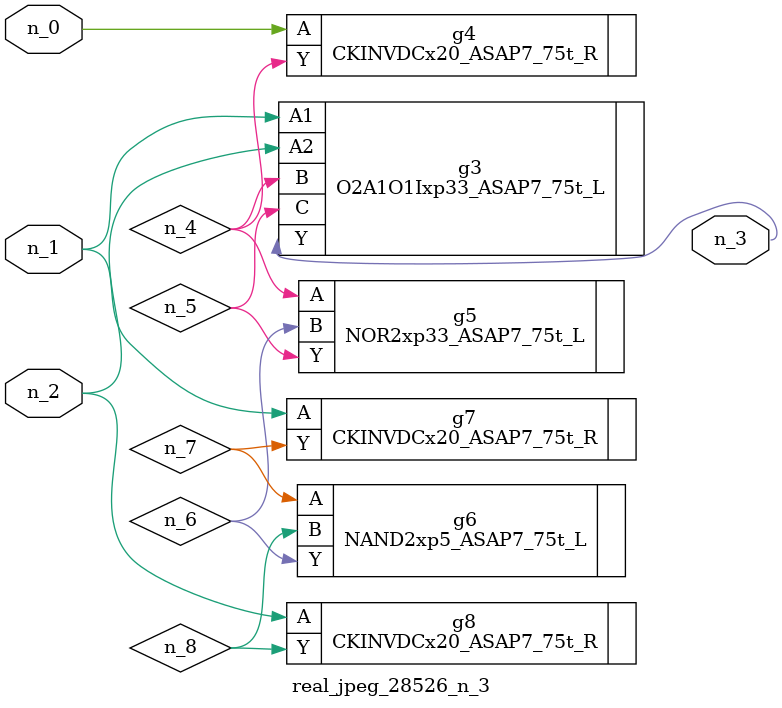
<source format=v>
module real_jpeg_28526_n_3 (n_1, n_0, n_2, n_3);

input n_1;
input n_0;
input n_2;

output n_3;

wire n_5;
wire n_4;
wire n_8;
wire n_6;
wire n_7;

CKINVDCx20_ASAP7_75t_R g4 ( 
.A(n_0),
.Y(n_4)
);

O2A1O1Ixp33_ASAP7_75t_L g3 ( 
.A1(n_1),
.A2(n_2),
.B(n_4),
.C(n_5),
.Y(n_3)
);

CKINVDCx20_ASAP7_75t_R g7 ( 
.A(n_1),
.Y(n_7)
);

CKINVDCx20_ASAP7_75t_R g8 ( 
.A(n_2),
.Y(n_8)
);

NOR2xp33_ASAP7_75t_L g5 ( 
.A(n_4),
.B(n_6),
.Y(n_5)
);

NAND2xp5_ASAP7_75t_L g6 ( 
.A(n_7),
.B(n_8),
.Y(n_6)
);


endmodule
</source>
